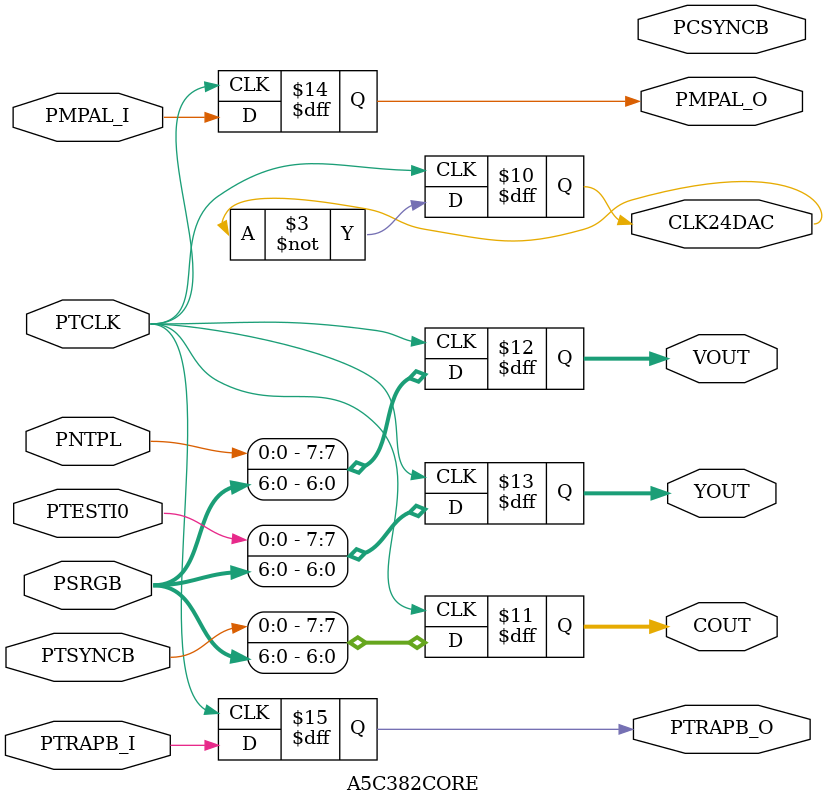
<source format=v>

`timescale 1ns/1ns

module A5C382CORE (
	PTCLK, PSRGB, PTSYNCB, PNTPL, PTESTI0,
	CLK24DAC, COUT, VOUT, YOUT, PCSYNCB,
	PMPAL_I, PMPAL_O, PTRAPB_I, PTRAPB_O,
);
	input PTCLK;			// square pixel clock;
	input [6:0] PSRGB;		// SRGB pixel port;
	input PTSYNCB;			// sync input;
	input PNTPL;			// tv norm select, 0=pal, 1=ntsc;
	input PTESTI0;			// test mode, 0=normal 1=test mode;
	output CLK24DAC;		// video clock to DACs;
	output [7:0] COUT;		// chroma outputs to DAC;
	output [7:0] VOUT;		// composite outputs to DAC;
	output [7:0] YOUT;		// luminance outputs to DAC;
	output PCSYNCB;			// composite sync output;
	input PMPAL_I;			// pal/mpal mode;
	output PMPAL_O;			// test output;
	input PTRAPB_I;			// trap filer 0=on, 1=s[4];
	output PTRAPB_O;		// test output;

	// warn about stub;

	initial
		$display("%M: behavioral stub");

	// clock inputs into registers;
	// so they don't get optimized out;

	reg [7:0] COUT;
	reg [7:0] VOUT;
	reg [7:0] YOUT;
	reg PMPAL_O;
	reg PTRAPB_O;

	always @(posedge PTCLK)
	begin
		COUT <= { PTSYNCB, PSRGB };
		VOUT <= { PNTPL, PSRGB };
		YOUT <= { PTESTI0, PSRGB };
		PMPAL_O <= PMPAL_I;
		PTRAPB_O <= PTRAPB_I;
	end

	// divide video clock by 2;

	reg CLK24DAC;

	initial
		CLK24DAC = 0;

	always @(posedge PTCLK)
		CLK24DAC <= ~CLK24DAC;

	// report mode changes;

	always @(PTESTI0)
		$display("%t: %M: PTESTI0 %b", $time, PTESTI0);

	always @(PNTPL)
		$display("%t: %M: %0s mode", $time, PNTPL? "pal" : "ntsc");

	always @(PMPAL_I)
		$display("%t: %M: PMPAL_I %b", $time, PNTPL);

	always @(PTRAPB_I)
		$display("%t: %M: PTRAPB_I %b", $time, PTRAPB_I);

endmodule


</source>
